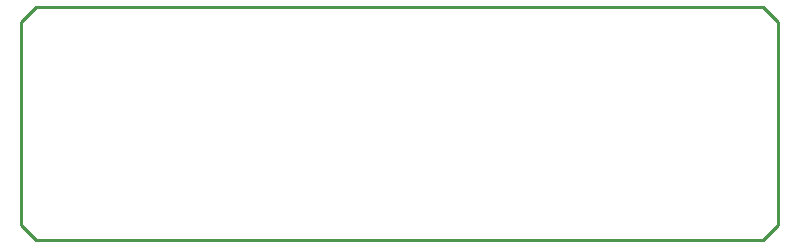
<source format=gko>
G75*
%MOIN*%
%OFA0B0*%
%FSLAX25Y25*%
%IPPOS*%
%LPD*%
%AMOC8*
5,1,8,0,0,1.08239X$1,22.5*
%
%ADD10C,0.01000*%
D10*
X0006500Y0001500D02*
X0001500Y0006500D01*
X0001500Y0074000D01*
X0006500Y0079000D01*
X0249000Y0079000D01*
X0254000Y0074000D01*
X0254000Y0006500D01*
X0249000Y0001500D01*
X0006500Y0001500D01*
M02*

</source>
